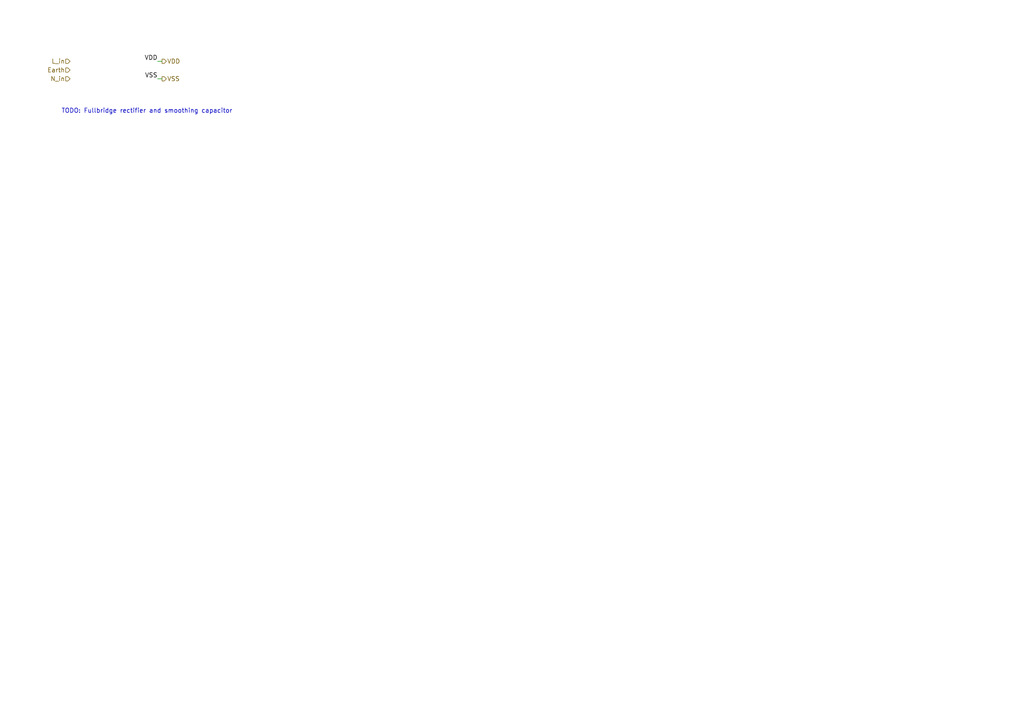
<source format=kicad_sch>
(kicad_sch (version 20211123) (generator eeschema)
  (paper "A4")
  (lib_symbols)
  (wire (pts (xy 45.72 22.86) (xy 46.99 22.86)))
  (wire (pts (xy 45.72 17.78) (xy 46.99 17.78)))
  (text "TODO: Fullbridge rectifier and smoothing capacitor" (at 17.78 33.02 0) (effects (font (size 1.27 1.27)) (justify left bottom)))
  (label "VSS" (at 45.72 22.86 180))
  (label "VDD" (at 45.72 17.78 180))
  (hierarchical_label "Earth" (shape input) (at 20.32 20.32 180))
  (hierarchical_label "N_in" (shape input) (at 20.32 22.86 180))
  (hierarchical_label "L_in" (shape input) (at 20.32 17.78 180))
  (hierarchical_label "VSS" (shape output) (at 46.99 22.86 0))
  (hierarchical_label "VDD" (shape output) (at 46.99 17.78 0))
)
</source>
